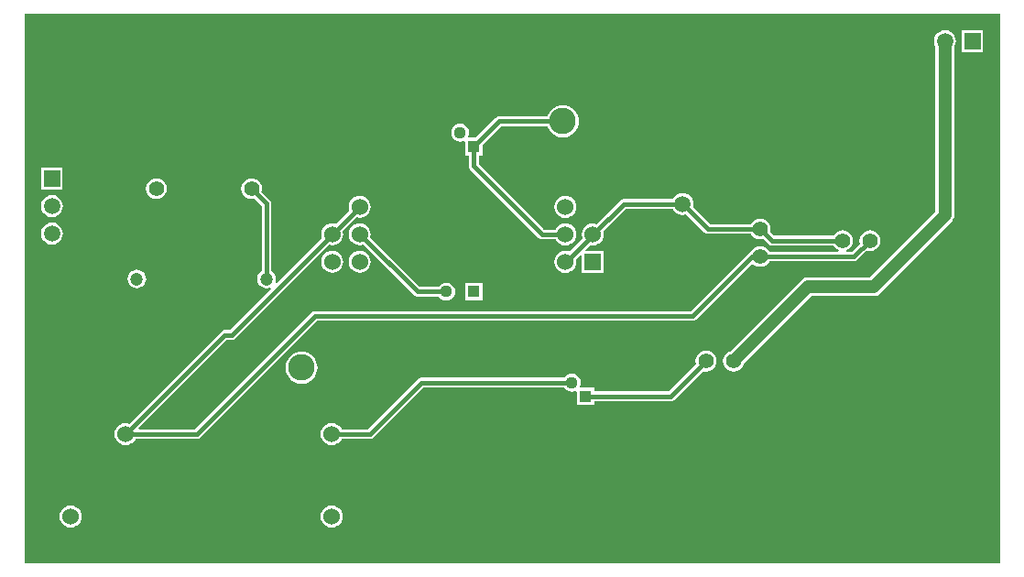
<source format=gtl>
G04*
G04 #@! TF.GenerationSoftware,Altium Limited,Altium Designer,22.1.2 (22)*
G04*
G04 Layer_Physical_Order=1*
G04 Layer_Color=255*
%FSLAX25Y25*%
%MOIN*%
G70*
G04*
G04 #@! TF.SameCoordinates,7B28BA5E-EB16-4CEF-8106-4BD257A4405A*
G04*
G04*
G04 #@! TF.FilePolarity,Positive*
G04*
G01*
G75*
%ADD20C,0.09646*%
%ADD26C,0.04724*%
%ADD27C,0.01500*%
%ADD28R,0.05906X0.05906*%
%ADD29C,0.05906*%
%ADD30R,0.05906X0.05906*%
%ADD31C,0.06000*%
%ADD32C,0.04449*%
%ADD33R,0.04449X0.04449*%
%ADD34R,0.06000X0.06000*%
%ADD35C,0.05512*%
%ADD36C,0.04724*%
%ADD37C,0.05000*%
G36*
X-4Y-189673D02*
X-355004D01*
Y10327D01*
X-4D01*
Y-189673D01*
D02*
G37*
%LPC*%
G36*
X-6049Y4305D02*
X-13954D01*
Y-3600D01*
X-6049D01*
Y4305D01*
D02*
G37*
G36*
X-159095Y-22929D02*
X-160236Y-23041D01*
X-161334Y-23374D01*
X-162345Y-23915D01*
X-163232Y-24642D01*
X-163959Y-25529D01*
X-164500Y-26540D01*
X-164638Y-26995D01*
X-182283D01*
X-182966Y-27131D01*
X-183545Y-27518D01*
X-183545Y-27518D01*
X-190756Y-34728D01*
X-193161D01*
X-193495Y-34228D01*
X-193315Y-33795D01*
X-193204Y-32953D01*
X-193315Y-32111D01*
X-193640Y-31327D01*
X-194157Y-30653D01*
X-194831Y-30136D01*
X-195615Y-29811D01*
X-196457Y-29700D01*
X-197298Y-29811D01*
X-198083Y-30136D01*
X-198756Y-30653D01*
X-199273Y-31327D01*
X-199598Y-32111D01*
X-199709Y-32953D01*
X-199598Y-33795D01*
X-199273Y-34579D01*
X-198756Y-35252D01*
X-198083Y-35769D01*
X-197298Y-36094D01*
X-196457Y-36205D01*
X-195615Y-36094D01*
X-195181Y-35914D01*
X-194681Y-36249D01*
Y-41177D01*
X-193241D01*
Y-45118D01*
X-193105Y-45801D01*
X-192718Y-46380D01*
X-167836Y-71262D01*
X-167258Y-71649D01*
X-166575Y-71784D01*
X-166575Y-71784D01*
X-161701D01*
X-161604Y-72017D01*
X-160963Y-72853D01*
X-160127Y-73494D01*
X-159154Y-73897D01*
X-158110Y-74035D01*
X-157066Y-73897D01*
X-156093Y-73494D01*
X-155257Y-72853D01*
X-154616Y-72017D01*
X-154213Y-71044D01*
X-154076Y-70000D01*
X-154213Y-68956D01*
X-154616Y-67983D01*
X-155257Y-67147D01*
X-156093Y-66506D01*
X-157066Y-66103D01*
X-158110Y-65965D01*
X-159154Y-66103D01*
X-160127Y-66506D01*
X-160963Y-67147D01*
X-161604Y-67983D01*
X-161701Y-68216D01*
X-165836D01*
X-189672Y-44379D01*
Y-41177D01*
X-188232D01*
Y-37252D01*
X-181544Y-30564D01*
X-164638D01*
X-164500Y-31019D01*
X-163959Y-32030D01*
X-163232Y-32917D01*
X-162345Y-33645D01*
X-161334Y-34185D01*
X-160236Y-34518D01*
X-159095Y-34631D01*
X-157953Y-34518D01*
X-156855Y-34185D01*
X-155844Y-33645D01*
X-154957Y-32917D01*
X-154230Y-32030D01*
X-153689Y-31019D01*
X-153356Y-29921D01*
X-153244Y-28780D01*
X-153356Y-27638D01*
X-153689Y-26540D01*
X-154230Y-25529D01*
X-154957Y-24642D01*
X-155844Y-23915D01*
X-156855Y-23374D01*
X-157953Y-23041D01*
X-159095Y-22929D01*
D02*
G37*
G36*
X-341078Y-45733D02*
X-348983D01*
Y-53638D01*
X-341078D01*
Y-45733D01*
D02*
G37*
G36*
X-307005Y-49526D02*
X-307985Y-49655D01*
X-308899Y-50033D01*
X-309683Y-50635D01*
X-310285Y-51420D01*
X-310664Y-52333D01*
X-310793Y-53314D01*
X-310664Y-54294D01*
X-310285Y-55208D01*
X-309683Y-55993D01*
X-308899Y-56595D01*
X-307985Y-56973D01*
X-307005Y-57102D01*
X-306024Y-56973D01*
X-305111Y-56595D01*
X-304326Y-55993D01*
X-303724Y-55208D01*
X-303345Y-54294D01*
X-303216Y-53314D01*
X-303345Y-52333D01*
X-303724Y-51420D01*
X-304326Y-50635D01*
X-305111Y-50033D01*
X-306024Y-49655D01*
X-307005Y-49526D01*
D02*
G37*
G36*
X-345031Y-55699D02*
X-346062Y-55835D01*
X-347024Y-56233D01*
X-347850Y-56867D01*
X-348483Y-57692D01*
X-348882Y-58654D01*
X-349018Y-59686D01*
X-348882Y-60718D01*
X-348483Y-61679D01*
X-347850Y-62505D01*
X-347024Y-63139D01*
X-346062Y-63537D01*
X-345031Y-63673D01*
X-343999Y-63537D01*
X-343037Y-63139D01*
X-342212Y-62505D01*
X-341578Y-61679D01*
X-341180Y-60718D01*
X-341044Y-59686D01*
X-341180Y-58654D01*
X-341578Y-57692D01*
X-342212Y-56867D01*
X-343037Y-56233D01*
X-343999Y-55835D01*
X-345031Y-55699D01*
D02*
G37*
G36*
X-158110Y-55966D02*
X-159154Y-56103D01*
X-160127Y-56506D01*
X-160963Y-57147D01*
X-161604Y-57983D01*
X-162007Y-58956D01*
X-162145Y-60000D01*
X-162007Y-61044D01*
X-161604Y-62017D01*
X-160963Y-62853D01*
X-160127Y-63494D01*
X-159154Y-63897D01*
X-158110Y-64034D01*
X-157066Y-63897D01*
X-156093Y-63494D01*
X-155257Y-62853D01*
X-154616Y-62017D01*
X-154213Y-61044D01*
X-154076Y-60000D01*
X-154213Y-58956D01*
X-154616Y-57983D01*
X-155257Y-57147D01*
X-156093Y-56506D01*
X-157066Y-56103D01*
X-158110Y-55966D01*
D02*
G37*
G36*
X-345031Y-65699D02*
X-346062Y-65835D01*
X-347024Y-66233D01*
X-347850Y-66867D01*
X-348483Y-67692D01*
X-348882Y-68654D01*
X-349018Y-69686D01*
X-348882Y-70718D01*
X-348483Y-71679D01*
X-347850Y-72505D01*
X-347024Y-73138D01*
X-346062Y-73537D01*
X-345031Y-73673D01*
X-343999Y-73537D01*
X-343037Y-73138D01*
X-342212Y-72505D01*
X-341578Y-71679D01*
X-341180Y-70718D01*
X-341044Y-69686D01*
X-341180Y-68654D01*
X-341578Y-67692D01*
X-342212Y-66867D01*
X-343037Y-66233D01*
X-343999Y-65835D01*
X-345031Y-65699D01*
D02*
G37*
G36*
X-272362Y-49525D02*
X-273343Y-49655D01*
X-274256Y-50033D01*
X-275041Y-50635D01*
X-275643Y-51420D01*
X-276021Y-52333D01*
X-276150Y-53314D01*
X-276021Y-54294D01*
X-275643Y-55208D01*
X-275041Y-55993D01*
X-274256Y-56595D01*
X-273343Y-56973D01*
X-272362Y-57102D01*
X-271382Y-56973D01*
X-271272Y-56928D01*
X-268635Y-59565D01*
Y-83312D01*
X-269248Y-83783D01*
X-269787Y-84486D01*
X-270126Y-85303D01*
X-270242Y-86181D01*
X-270126Y-87059D01*
X-269787Y-87877D01*
X-269248Y-88579D01*
X-268546Y-89118D01*
X-267728Y-89457D01*
X-266850Y-89572D01*
X-265973Y-89457D01*
X-265539Y-89277D01*
X-265256Y-89701D01*
X-280374Y-104819D01*
X-282115D01*
X-282798Y-104955D01*
X-283377Y-105342D01*
X-283377Y-105342D01*
X-316912Y-138877D01*
X-317145Y-138780D01*
X-318189Y-138643D01*
X-319233Y-138780D01*
X-320206Y-139183D01*
X-321042Y-139824D01*
X-321683Y-140660D01*
X-322086Y-141633D01*
X-322223Y-142677D01*
X-322086Y-143721D01*
X-321683Y-144694D01*
X-321042Y-145530D01*
X-320206Y-146171D01*
X-319233Y-146574D01*
X-318189Y-146712D01*
X-317145Y-146574D01*
X-316172Y-146171D01*
X-315336Y-145530D01*
X-314695Y-144694D01*
X-314598Y-144461D01*
X-292258D01*
X-291576Y-144326D01*
X-290997Y-143939D01*
X-248527Y-101469D01*
X-111732D01*
X-111049Y-101333D01*
X-110471Y-100947D01*
X-90176Y-80652D01*
X-89884Y-80671D01*
X-89099Y-81273D01*
X-88185Y-81651D01*
X-87205Y-81780D01*
X-86224Y-81651D01*
X-85311Y-81273D01*
X-84526Y-80671D01*
X-83924Y-79886D01*
X-83878Y-79776D01*
X-53110D01*
X-52427Y-79641D01*
X-51849Y-79254D01*
X-48413Y-75818D01*
X-48303Y-75864D01*
X-47323Y-75993D01*
X-46342Y-75864D01*
X-45429Y-75485D01*
X-44644Y-74884D01*
X-44042Y-74099D01*
X-43664Y-73185D01*
X-43534Y-72205D01*
X-43664Y-71224D01*
X-44042Y-70311D01*
X-44644Y-69526D01*
X-45429Y-68924D01*
X-46342Y-68546D01*
X-47323Y-68416D01*
X-48303Y-68546D01*
X-49217Y-68924D01*
X-50002Y-69526D01*
X-50604Y-70311D01*
X-50982Y-71224D01*
X-51111Y-72205D01*
X-50982Y-73185D01*
X-50937Y-73295D01*
X-53849Y-76208D01*
X-55866D01*
X-55966Y-75708D01*
X-55429Y-75485D01*
X-54644Y-74884D01*
X-54042Y-74099D01*
X-53664Y-73185D01*
X-53535Y-72205D01*
X-53664Y-71224D01*
X-54042Y-70311D01*
X-54644Y-69526D01*
X-55429Y-68924D01*
X-56342Y-68546D01*
X-57323Y-68416D01*
X-58303Y-68546D01*
X-59217Y-68924D01*
X-60002Y-69526D01*
X-60604Y-70311D01*
X-60649Y-70420D01*
X-82253D01*
X-83591Y-69082D01*
X-83546Y-68973D01*
X-83416Y-67992D01*
X-83546Y-67012D01*
X-83924Y-66098D01*
X-84526Y-65313D01*
X-85311Y-64711D01*
X-86224Y-64333D01*
X-87205Y-64204D01*
X-88185Y-64333D01*
X-89099Y-64711D01*
X-89884Y-65313D01*
X-90486Y-66098D01*
X-90531Y-66208D01*
X-105403D01*
X-111639Y-59972D01*
X-111621Y-59930D01*
X-111486Y-58898D01*
X-111621Y-57866D01*
X-112020Y-56904D01*
X-112653Y-56078D01*
X-113479Y-55445D01*
X-114441Y-55047D01*
X-115472Y-54911D01*
X-116504Y-55047D01*
X-117466Y-55445D01*
X-118292Y-56078D01*
X-118925Y-56904D01*
X-119012Y-57113D01*
X-137008D01*
X-137691Y-57249D01*
X-138270Y-57636D01*
X-138270Y-57636D01*
X-146833Y-66199D01*
X-147066Y-66103D01*
X-148110Y-65965D01*
X-149154Y-66103D01*
X-150127Y-66506D01*
X-150963Y-67147D01*
X-151604Y-67983D01*
X-152007Y-68956D01*
X-152145Y-70000D01*
X-152007Y-71044D01*
X-151837Y-71456D01*
X-156654Y-76274D01*
X-157066Y-76103D01*
X-158110Y-75965D01*
X-159154Y-76103D01*
X-160127Y-76506D01*
X-160963Y-77147D01*
X-161604Y-77983D01*
X-162007Y-78956D01*
X-162145Y-80000D01*
X-162007Y-81044D01*
X-161604Y-82017D01*
X-160963Y-82853D01*
X-160127Y-83494D01*
X-159154Y-83897D01*
X-158110Y-84035D01*
X-157066Y-83897D01*
X-156093Y-83494D01*
X-155257Y-82853D01*
X-154616Y-82017D01*
X-154213Y-81044D01*
X-154076Y-80000D01*
X-154213Y-78956D01*
X-154236Y-78902D01*
X-152572Y-77238D01*
X-152110Y-77430D01*
Y-84000D01*
X-144110D01*
Y-76000D01*
X-150681D01*
X-150872Y-75538D01*
X-149208Y-73875D01*
X-149154Y-73897D01*
X-148110Y-74035D01*
X-147066Y-73897D01*
X-146093Y-73494D01*
X-145257Y-72853D01*
X-144616Y-72017D01*
X-144213Y-71044D01*
X-144076Y-70000D01*
X-144213Y-68956D01*
X-144310Y-68723D01*
X-136269Y-60682D01*
X-119012D01*
X-118925Y-60891D01*
X-118292Y-61717D01*
X-117466Y-62350D01*
X-116504Y-62749D01*
X-115472Y-62884D01*
X-114441Y-62749D01*
X-114064Y-62593D01*
X-107403Y-69254D01*
X-106825Y-69641D01*
X-106142Y-69776D01*
X-106142Y-69776D01*
X-90531D01*
X-90486Y-69886D01*
X-89884Y-70671D01*
X-89099Y-71273D01*
X-88185Y-71651D01*
X-87205Y-71780D01*
X-86224Y-71651D01*
X-86114Y-71606D01*
X-84254Y-73466D01*
X-84254Y-73466D01*
X-83675Y-73853D01*
X-82992Y-73989D01*
X-82992Y-73989D01*
X-60649D01*
X-60604Y-74099D01*
X-60002Y-74884D01*
X-59217Y-75485D01*
X-58680Y-75708D01*
X-58780Y-76208D01*
X-83878D01*
X-83924Y-76098D01*
X-84526Y-75313D01*
X-85311Y-74711D01*
X-86224Y-74333D01*
X-87205Y-74204D01*
X-88185Y-74333D01*
X-89099Y-74711D01*
X-89884Y-75313D01*
X-90486Y-76098D01*
X-90618Y-76417D01*
X-90840Y-76462D01*
X-91419Y-76849D01*
X-112471Y-97901D01*
X-249266D01*
X-249266Y-97901D01*
X-249949Y-98037D01*
X-250528Y-98423D01*
X-292998Y-140893D01*
X-313228D01*
X-313419Y-140431D01*
X-281376Y-108388D01*
X-279635D01*
X-278952Y-108252D01*
X-278373Y-107865D01*
X-244230Y-73722D01*
X-243997Y-73818D01*
X-242953Y-73956D01*
X-241909Y-73818D01*
X-240935Y-73415D01*
X-240100Y-72774D01*
X-239459Y-71939D01*
X-239056Y-70965D01*
X-238918Y-69921D01*
X-239056Y-68877D01*
X-239152Y-68644D01*
X-234230Y-63722D01*
X-233997Y-63818D01*
X-232953Y-63956D01*
X-231909Y-63818D01*
X-230936Y-63415D01*
X-230100Y-62774D01*
X-229459Y-61939D01*
X-229056Y-60966D01*
X-228918Y-59921D01*
X-229056Y-58877D01*
X-229459Y-57904D01*
X-230100Y-57068D01*
X-230936Y-56427D01*
X-231909Y-56024D01*
X-232953Y-55887D01*
X-233997Y-56024D01*
X-234970Y-56427D01*
X-235806Y-57068D01*
X-236447Y-57904D01*
X-236850Y-58877D01*
X-236987Y-59921D01*
X-236850Y-60966D01*
X-236753Y-61199D01*
X-241676Y-66121D01*
X-241909Y-66024D01*
X-242953Y-65887D01*
X-243997Y-66024D01*
X-244970Y-66427D01*
X-245806Y-67068D01*
X-246447Y-67904D01*
X-246850Y-68877D01*
X-246987Y-69921D01*
X-246850Y-70965D01*
X-246753Y-71198D01*
X-263330Y-87776D01*
X-263754Y-87492D01*
X-263575Y-87059D01*
X-263459Y-86181D01*
X-263575Y-85303D01*
X-263913Y-84486D01*
X-264452Y-83783D01*
X-265066Y-83312D01*
Y-58826D01*
X-265202Y-58143D01*
X-265589Y-57564D01*
X-268748Y-54404D01*
X-268703Y-54294D01*
X-268574Y-53314D01*
X-268703Y-52333D01*
X-269081Y-51420D01*
X-269684Y-50635D01*
X-270468Y-50033D01*
X-271382Y-49655D01*
X-272362Y-49525D01*
D02*
G37*
G36*
X-232953Y-75887D02*
X-233997Y-76024D01*
X-234970Y-76427D01*
X-235806Y-77068D01*
X-236447Y-77904D01*
X-236850Y-78877D01*
X-236987Y-79921D01*
X-236850Y-80966D01*
X-236447Y-81938D01*
X-235806Y-82774D01*
X-234970Y-83415D01*
X-233997Y-83818D01*
X-232953Y-83956D01*
X-231909Y-83818D01*
X-230936Y-83415D01*
X-230100Y-82774D01*
X-229459Y-81938D01*
X-229056Y-80966D01*
X-228918Y-79921D01*
X-229056Y-78877D01*
X-229459Y-77904D01*
X-230100Y-77068D01*
X-230936Y-76427D01*
X-231909Y-76024D01*
X-232953Y-75887D01*
D02*
G37*
G36*
X-242953D02*
X-243997Y-76024D01*
X-244970Y-76427D01*
X-245806Y-77068D01*
X-246447Y-77904D01*
X-246850Y-78877D01*
X-246987Y-79921D01*
X-246850Y-80966D01*
X-246447Y-81938D01*
X-245806Y-82774D01*
X-244970Y-83415D01*
X-243997Y-83818D01*
X-242953Y-83956D01*
X-241909Y-83818D01*
X-240935Y-83415D01*
X-240100Y-82774D01*
X-239459Y-81938D01*
X-239056Y-80966D01*
X-238918Y-79921D01*
X-239056Y-78877D01*
X-239459Y-77904D01*
X-240100Y-77068D01*
X-240935Y-76427D01*
X-241909Y-76024D01*
X-242953Y-75887D01*
D02*
G37*
G36*
X-314094Y-82790D02*
X-314972Y-82905D01*
X-315790Y-83244D01*
X-316492Y-83783D01*
X-317031Y-84486D01*
X-317370Y-85303D01*
X-317486Y-86181D01*
X-317370Y-87059D01*
X-317031Y-87877D01*
X-316492Y-88579D01*
X-315790Y-89118D01*
X-314972Y-89457D01*
X-314094Y-89572D01*
X-313217Y-89457D01*
X-312399Y-89118D01*
X-311697Y-88579D01*
X-311158Y-87877D01*
X-310819Y-87059D01*
X-310703Y-86181D01*
X-310819Y-85303D01*
X-311158Y-84486D01*
X-311697Y-83783D01*
X-312399Y-83244D01*
X-313217Y-82905D01*
X-314094Y-82790D01*
D02*
G37*
G36*
X-188232Y-87602D02*
X-194681D01*
Y-94051D01*
X-188232D01*
Y-87602D01*
D02*
G37*
G36*
X-232953Y-65887D02*
X-233997Y-66024D01*
X-234970Y-66427D01*
X-235806Y-67068D01*
X-236447Y-67904D01*
X-236850Y-68877D01*
X-236987Y-69921D01*
X-236850Y-70965D01*
X-236447Y-71939D01*
X-235806Y-72774D01*
X-234970Y-73415D01*
X-233997Y-73818D01*
X-232953Y-73956D01*
X-231909Y-73818D01*
X-231676Y-73722D01*
X-213309Y-92088D01*
X-213309Y-92089D01*
X-212730Y-92475D01*
X-212047Y-92611D01*
X-212047Y-92611D01*
X-204152D01*
X-203756Y-93126D01*
X-203083Y-93643D01*
X-202298Y-93968D01*
X-201457Y-94079D01*
X-200615Y-93968D01*
X-199831Y-93643D01*
X-199157Y-93126D01*
X-198640Y-92453D01*
X-198315Y-91668D01*
X-198205Y-90827D01*
X-198315Y-89985D01*
X-198640Y-89201D01*
X-199157Y-88527D01*
X-199831Y-88010D01*
X-200615Y-87685D01*
X-201457Y-87574D01*
X-202298Y-87685D01*
X-203083Y-88010D01*
X-203756Y-88527D01*
X-204152Y-89043D01*
X-211308D01*
X-229152Y-71198D01*
X-229056Y-70965D01*
X-228918Y-69921D01*
X-229056Y-68877D01*
X-229459Y-67904D01*
X-230100Y-67068D01*
X-230936Y-66427D01*
X-231909Y-66024D01*
X-232953Y-65887D01*
D02*
G37*
G36*
X-20001Y4339D02*
X-21033Y4204D01*
X-21995Y3805D01*
X-22821Y3172D01*
X-23454Y2346D01*
X-23853Y1384D01*
X-23988Y353D01*
X-23853Y-679D01*
X-23454Y-1641D01*
X-23393Y-1721D01*
Y-61746D01*
X-47313Y-85667D01*
X-69885D01*
X-70763Y-85783D01*
X-71581Y-86121D01*
X-72283Y-86660D01*
X-98176Y-112554D01*
X-98823Y-112822D01*
X-99608Y-113424D01*
X-100210Y-114208D01*
X-100588Y-115122D01*
X-100717Y-116102D01*
X-100588Y-117083D01*
X-100210Y-117997D01*
X-99608Y-118781D01*
X-98823Y-119383D01*
X-97910Y-119762D01*
X-96929Y-119891D01*
X-95949Y-119762D01*
X-95035Y-119383D01*
X-94250Y-118781D01*
X-93648Y-117997D01*
X-93380Y-117350D01*
X-68480Y-92449D01*
X-45909D01*
X-45031Y-92334D01*
X-44692Y-92194D01*
X-44213Y-91995D01*
X-43511Y-91456D01*
X-17604Y-65549D01*
X-17065Y-64847D01*
X-16726Y-64029D01*
X-16668Y-63590D01*
X-16610Y-63151D01*
X-16610Y-63151D01*
Y-1721D01*
X-16549Y-1641D01*
X-16150Y-679D01*
X-16015Y353D01*
X-16150Y1384D01*
X-16549Y2346D01*
X-17182Y3172D01*
X-18008Y3805D01*
X-18970Y4204D01*
X-20001Y4339D01*
D02*
G37*
G36*
X-106929Y-112314D02*
X-107910Y-112443D01*
X-108823Y-112822D01*
X-109608Y-113424D01*
X-110210Y-114208D01*
X-110588Y-115122D01*
X-110717Y-116102D01*
X-110588Y-117083D01*
X-110543Y-117193D01*
X-120503Y-127153D01*
X-147563D01*
Y-125713D01*
X-152492D01*
X-152826Y-125213D01*
X-152646Y-124779D01*
X-152535Y-123937D01*
X-152646Y-123095D01*
X-152971Y-122311D01*
X-153488Y-121637D01*
X-154161Y-121121D01*
X-154946Y-120796D01*
X-155787Y-120685D01*
X-156629Y-120796D01*
X-157413Y-121121D01*
X-158087Y-121637D01*
X-158483Y-122153D01*
X-210526D01*
X-210526Y-122153D01*
X-211209Y-122289D01*
X-211788Y-122675D01*
X-230005Y-140893D01*
X-239598D01*
X-239695Y-140660D01*
X-240336Y-139824D01*
X-241172Y-139183D01*
X-242145Y-138780D01*
X-243189Y-138643D01*
X-244233Y-138780D01*
X-245206Y-139183D01*
X-246042Y-139824D01*
X-246683Y-140660D01*
X-247086Y-141633D01*
X-247223Y-142677D01*
X-247086Y-143721D01*
X-246683Y-144694D01*
X-246042Y-145530D01*
X-245206Y-146171D01*
X-244233Y-146574D01*
X-243189Y-146712D01*
X-242145Y-146574D01*
X-241172Y-146171D01*
X-240336Y-145530D01*
X-239695Y-144694D01*
X-239598Y-144461D01*
X-229266D01*
X-228584Y-144326D01*
X-228005Y-143939D01*
X-209787Y-125721D01*
X-158483D01*
X-158087Y-126237D01*
X-157413Y-126753D01*
X-156629Y-127078D01*
X-155787Y-127189D01*
X-154946Y-127078D01*
X-154512Y-126899D01*
X-154012Y-127233D01*
Y-132161D01*
X-147563D01*
Y-130721D01*
X-119764D01*
X-119081Y-130586D01*
X-118502Y-130199D01*
X-108019Y-119716D01*
X-107910Y-119762D01*
X-106929Y-119891D01*
X-105949Y-119762D01*
X-105035Y-119383D01*
X-104250Y-118781D01*
X-103648Y-117997D01*
X-103270Y-117083D01*
X-103141Y-116102D01*
X-103270Y-115122D01*
X-103648Y-114208D01*
X-104250Y-113424D01*
X-105035Y-112822D01*
X-105949Y-112443D01*
X-106929Y-112314D01*
D02*
G37*
G36*
X-254134Y-112614D02*
X-255275Y-112726D01*
X-256373Y-113059D01*
X-257384Y-113600D01*
X-258271Y-114327D01*
X-258999Y-115214D01*
X-259540Y-116226D01*
X-259872Y-117323D01*
X-259985Y-118465D01*
X-259872Y-119606D01*
X-259540Y-120704D01*
X-258999Y-121715D01*
X-258271Y-122602D01*
X-257384Y-123329D01*
X-256373Y-123870D01*
X-255275Y-124203D01*
X-254134Y-124316D01*
X-252992Y-124203D01*
X-251895Y-123870D01*
X-250883Y-123329D01*
X-249997Y-122602D01*
X-249269Y-121715D01*
X-248728Y-120704D01*
X-248395Y-119606D01*
X-248283Y-118465D01*
X-248395Y-117323D01*
X-248728Y-116226D01*
X-249269Y-115214D01*
X-249997Y-114327D01*
X-250883Y-113600D01*
X-251895Y-113059D01*
X-252992Y-112726D01*
X-254134Y-112614D01*
D02*
G37*
G36*
X-243189Y-168643D02*
X-244233Y-168780D01*
X-245206Y-169183D01*
X-246042Y-169824D01*
X-246683Y-170660D01*
X-247086Y-171633D01*
X-247223Y-172677D01*
X-247086Y-173721D01*
X-246683Y-174694D01*
X-246042Y-175530D01*
X-245206Y-176171D01*
X-244233Y-176574D01*
X-243189Y-176712D01*
X-242145Y-176574D01*
X-241172Y-176171D01*
X-240336Y-175530D01*
X-239695Y-174694D01*
X-239292Y-173721D01*
X-239155Y-172677D01*
X-239292Y-171633D01*
X-239695Y-170660D01*
X-240336Y-169824D01*
X-241172Y-169183D01*
X-242145Y-168780D01*
X-243189Y-168643D01*
D02*
G37*
G36*
X-338189D02*
X-339233Y-168780D01*
X-340206Y-169183D01*
X-341042Y-169824D01*
X-341683Y-170660D01*
X-342086Y-171633D01*
X-342224Y-172677D01*
X-342086Y-173721D01*
X-341683Y-174694D01*
X-341042Y-175530D01*
X-340206Y-176171D01*
X-339233Y-176574D01*
X-338189Y-176712D01*
X-337145Y-176574D01*
X-336172Y-176171D01*
X-335336Y-175530D01*
X-334695Y-174694D01*
X-334292Y-173721D01*
X-334155Y-172677D01*
X-334292Y-171633D01*
X-334695Y-170660D01*
X-335336Y-169824D01*
X-336172Y-169183D01*
X-337145Y-168780D01*
X-338189Y-168643D01*
D02*
G37*
%LPD*%
D20*
X-159095Y-28780D02*
D03*
X-254134Y-118465D02*
D03*
D26*
X-45909Y-89058D02*
X-20001Y-63151D01*
Y353D01*
X-69885Y-89058D02*
X-45909D01*
X-96929Y-116102D02*
X-69885Y-89058D01*
D27*
X-150787Y-128937D02*
X-119764D01*
X-106929Y-116102D01*
X-243189Y-142677D02*
X-229266D01*
X-210526Y-123937D01*
X-155787D01*
X-282115Y-106604D02*
X-279635D01*
X-318189Y-142677D02*
X-292258D01*
X-318189D02*
X-282115Y-106604D01*
X-279635D02*
X-242953Y-69921D01*
X-148110Y-70000D02*
X-137008Y-58898D01*
X-157857Y-80000D02*
X-148110Y-70253D01*
X-137008Y-58898D02*
X-115472D01*
X-158110Y-80000D02*
X-157857D01*
X-115472Y-58898D02*
X-115236D01*
X-182283Y-28780D02*
X-159095D01*
X-166575Y-70000D02*
X-158110D01*
X-242953Y-69921D02*
X-232953Y-59921D01*
X-292258Y-142677D02*
X-249266Y-99685D01*
X-148110Y-70253D02*
Y-70000D01*
X-191457Y-37953D02*
X-182283Y-28780D01*
X-191457Y-45118D02*
X-166575Y-70000D01*
X-191457Y-45118D02*
Y-37953D01*
X-249266Y-99685D02*
X-111732D01*
X-272362Y-53314D02*
X-266850Y-58826D01*
Y-86181D02*
Y-58826D01*
X-212047Y-90827D02*
X-201457D01*
X-232953Y-69921D02*
X-212047Y-90827D01*
X-111732Y-99685D02*
X-90158Y-78110D01*
X-115236Y-58898D02*
X-106142Y-67992D01*
X-87205D01*
X-82992Y-72205D01*
X-57323D01*
X-87205Y-77992D02*
X-53110D01*
X-47323Y-72205D01*
D28*
X-345031Y-49686D02*
D03*
X-115472Y-86850D02*
D03*
D29*
X-345031Y-59686D02*
D03*
Y-69686D02*
D03*
Y-79686D02*
D03*
X-20001Y353D02*
D03*
X-30002D02*
D03*
X-40001D02*
D03*
X-115472Y-58898D02*
D03*
D30*
X-10001Y353D02*
D03*
D31*
X-158110Y-70000D02*
D03*
Y-60000D02*
D03*
X-242953Y-79921D02*
D03*
Y-69921D02*
D03*
X-232953Y-59921D02*
D03*
X-148110Y-60000D02*
D03*
X-158110Y-80000D02*
D03*
X-148110Y-70000D02*
D03*
X-232953Y-79921D02*
D03*
X-243189Y-172677D02*
D03*
X-318189Y-142677D02*
D03*
X-243189D02*
D03*
X-338189Y-172677D02*
D03*
X-232953Y-69921D02*
D03*
D32*
X-201457Y-37953D02*
D03*
X-196457Y-32953D02*
D03*
X-196457Y-85827D02*
D03*
X-201457Y-90827D02*
D03*
X-160787Y-128937D02*
D03*
X-155787Y-123937D02*
D03*
D33*
X-191457Y-37953D02*
D03*
X-191457Y-90827D02*
D03*
X-150787Y-128937D02*
D03*
D34*
X-148110Y-80000D02*
D03*
X-242953Y-59921D02*
D03*
D35*
X-307005Y-43314D02*
D03*
Y-53314D02*
D03*
X-47323Y-72205D02*
D03*
X-57323D02*
D03*
X-87205Y-77992D02*
D03*
Y-67992D02*
D03*
X-272362Y-53314D02*
D03*
Y-43314D02*
D03*
X-96929Y-116102D02*
D03*
X-106929D02*
D03*
D36*
X-266850Y-86181D02*
D03*
X-314094D02*
D03*
D37*
X-328626Y-111732D02*
D03*
X-82075D02*
D03*
X-271051Y-174724D02*
D03*
X-3335Y-17244D02*
D03*
Y-80236D02*
D03*
X-19083Y-111732D02*
D03*
X-3335Y-143228D02*
D03*
X-19083Y-174724D02*
D03*
X-50579Y-48740D02*
D03*
Y-111732D02*
D03*
X-34831Y-143228D02*
D03*
X-50579Y-174724D02*
D03*
X-66327Y-17244D02*
D03*
X-82075Y-48740D02*
D03*
X-66327Y-143228D02*
D03*
X-82075Y-174724D02*
D03*
X-97823Y-17244D02*
D03*
Y-143228D02*
D03*
X-113571Y-174724D02*
D03*
X-129319Y-17244D02*
D03*
X-145067Y-48740D02*
D03*
X-129319Y-80236D02*
D03*
Y-143228D02*
D03*
X-145067Y-174724D02*
D03*
X-160815Y-17244D02*
D03*
X-176563Y-48740D02*
D03*
X-160815Y-143228D02*
D03*
X-176563Y-174724D02*
D03*
X-192311Y-17244D02*
D03*
X-208059Y-48740D02*
D03*
X-192311Y-80236D02*
D03*
X-208059Y-111732D02*
D03*
X-192311Y-143228D02*
D03*
X-223807Y-17244D02*
D03*
X-239555Y-48740D02*
D03*
Y-111732D02*
D03*
X-223807Y-143228D02*
D03*
X-255303Y-17244D02*
D03*
X-271051Y-111732D02*
D03*
X-255303Y-143228D02*
D03*
X-286799Y-17244D02*
D03*
X-302547Y-48740D02*
D03*
X-286799Y-80236D02*
D03*
X-302547Y-111732D02*
D03*
X-318295Y-17244D02*
D03*
M02*

</source>
